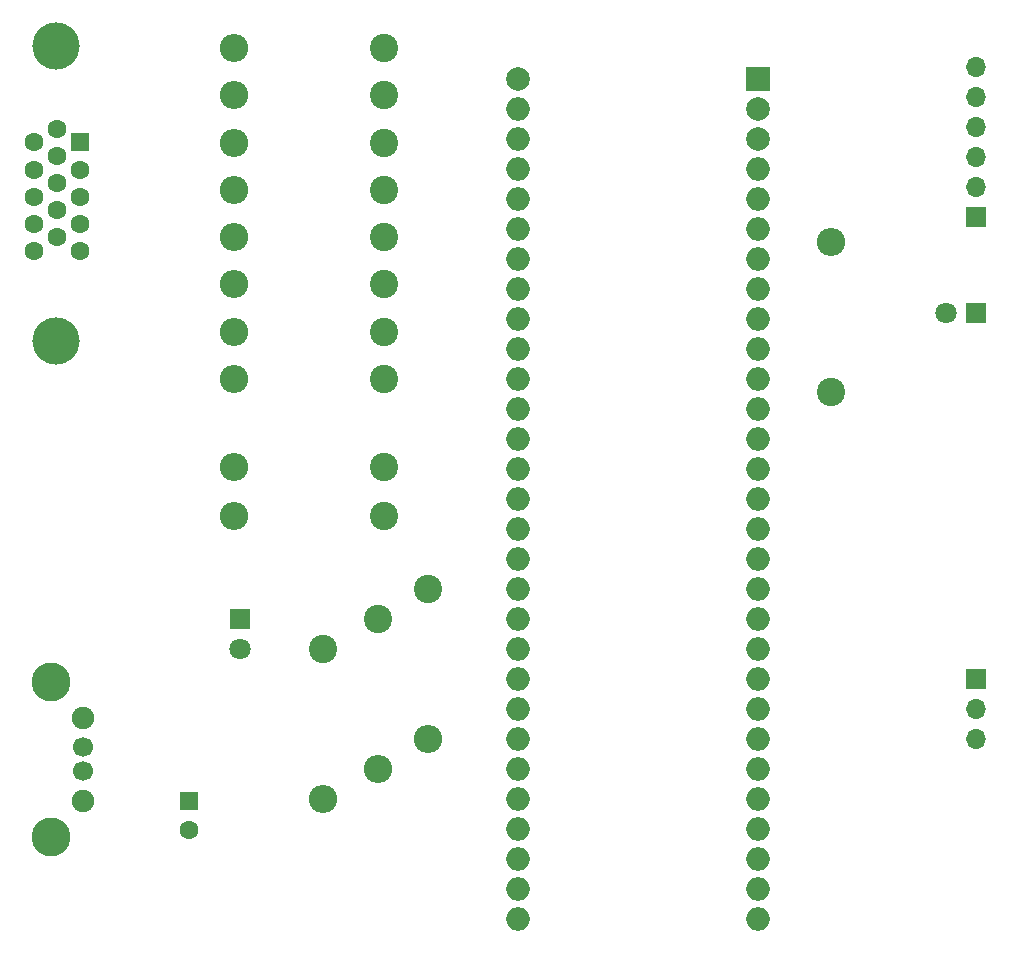
<source format=gbr>
G04 #@! TF.GenerationSoftware,KiCad,Pcbnew,5.0.2-bee76a0~70~ubuntu16.04.1*
G04 #@! TF.CreationDate,2024-02-25T21:22:06-04:00*
G04 #@! TF.ProjectId,leonrv,6c656f6e-7276-42e6-9b69-6361645f7063,rev?*
G04 #@! TF.SameCoordinates,Original*
G04 #@! TF.FileFunction,Copper,L2,Bot*
G04 #@! TF.FilePolarity,Positive*
%FSLAX46Y46*%
G04 Gerber Fmt 4.6, Leading zero omitted, Abs format (unit mm)*
G04 Created by KiCad (PCBNEW 5.0.2-bee76a0~70~ubuntu16.04.1) date dom 25 feb 2024 21:22:06 -04*
%MOMM*%
%LPD*%
G01*
G04 APERTURE LIST*
G04 #@! TA.AperFunction,ComponentPad*
%ADD10R,1.600000X1.600000*%
G04 #@! TD*
G04 #@! TA.AperFunction,ComponentPad*
%ADD11C,1.600000*%
G04 #@! TD*
G04 #@! TA.AperFunction,ComponentPad*
%ADD12C,4.000000*%
G04 #@! TD*
G04 #@! TA.AperFunction,ComponentPad*
%ADD13O,2.400000X2.400000*%
G04 #@! TD*
G04 #@! TA.AperFunction,ComponentPad*
%ADD14C,2.400000*%
G04 #@! TD*
G04 #@! TA.AperFunction,ComponentPad*
%ADD15R,1.700000X1.700000*%
G04 #@! TD*
G04 #@! TA.AperFunction,ComponentPad*
%ADD16O,1.700000X1.700000*%
G04 #@! TD*
G04 #@! TA.AperFunction,ComponentPad*
%ADD17C,3.300000*%
G04 #@! TD*
G04 #@! TA.AperFunction,ComponentPad*
%ADD18C,1.900000*%
G04 #@! TD*
G04 #@! TA.AperFunction,ComponentPad*
%ADD19C,1.700000*%
G04 #@! TD*
G04 #@! TA.AperFunction,ComponentPad*
%ADD20R,1.800000X1.800000*%
G04 #@! TD*
G04 #@! TA.AperFunction,ComponentPad*
%ADD21C,1.800000*%
G04 #@! TD*
G04 #@! TA.AperFunction,ComponentPad*
%ADD22O,2.000000X2.000000*%
G04 #@! TD*
G04 #@! TA.AperFunction,ComponentPad*
%ADD23R,2.000000X2.000000*%
G04 #@! TD*
G04 #@! TA.AperFunction,ComponentPad*
%ADD24C,2.000000*%
G04 #@! TD*
G04 #@! TA.AperFunction,Conductor*
%ADD25C,1.000000*%
G04 #@! TD*
G04 APERTURE END LIST*
D10*
G04 #@! TO.P,J3,1*
G04 #@! TO.N,/red*
X153810545Y-54467749D03*
D11*
G04 #@! TO.P,J3,2*
G04 #@! TO.N,/green*
X153810545Y-56757749D03*
G04 #@! TO.P,J3,3*
G04 #@! TO.N,/blue*
X153810545Y-59047749D03*
G04 #@! TO.P,J3,4*
G04 #@! TO.N,Net-(J3-Pad4)*
X153810545Y-61337749D03*
G04 #@! TO.P,J3,5*
G04 #@! TO.N,GND*
X153810545Y-63627749D03*
G04 #@! TO.P,J3,6*
X151830545Y-53322749D03*
G04 #@! TO.P,J3,7*
X151830545Y-55612749D03*
G04 #@! TO.P,J3,8*
X151830545Y-57902749D03*
G04 #@! TO.P,J3,9*
G04 #@! TO.N,Net-(J3-Pad9)*
X151830545Y-60192749D03*
G04 #@! TO.P,J3,10*
G04 #@! TO.N,GND*
X151830545Y-62482749D03*
G04 #@! TO.P,J3,11*
G04 #@! TO.N,Net-(J3-Pad11)*
X149850545Y-54467749D03*
G04 #@! TO.P,J3,12*
G04 #@! TO.N,Net-(J3-Pad12)*
X149850545Y-56757749D03*
G04 #@! TO.P,J3,13*
G04 #@! TO.N,/hsync*
X149850545Y-59047749D03*
G04 #@! TO.P,J3,14*
G04 #@! TO.N,/vsync*
X149850545Y-61337749D03*
G04 #@! TO.P,J3,15*
G04 #@! TO.N,Net-(J3-Pad15)*
X149850545Y-63627749D03*
D12*
G04 #@! TO.P,J3,0*
G04 #@! TO.N,GND*
X151760545Y-71282749D03*
X151760545Y-46282749D03*
G04 #@! TD*
D13*
G04 #@! TO.P,R1,2*
G04 #@! TO.N,/red*
X166830545Y-46482749D03*
D14*
G04 #@! TO.P,R1,1*
G04 #@! TO.N,/vga_red2*
X179530545Y-46482749D03*
G04 #@! TD*
G04 #@! TO.P,R3,1*
G04 #@! TO.N,/vga_red0*
X179530545Y-54482749D03*
D13*
G04 #@! TO.P,R3,2*
G04 #@! TO.N,/red*
X166830545Y-54482749D03*
G04 #@! TD*
G04 #@! TO.P,R2,2*
G04 #@! TO.N,/red*
X166830545Y-50482749D03*
D14*
G04 #@! TO.P,R2,1*
G04 #@! TO.N,/vga_red1*
X179530545Y-50482749D03*
G04 #@! TD*
G04 #@! TO.P,R9,1*
G04 #@! TO.N,/vga_vsync*
X179530545Y-81982749D03*
D13*
G04 #@! TO.P,R9,2*
G04 #@! TO.N,/vsync*
X166830545Y-81982749D03*
G04 #@! TD*
G04 #@! TO.P,R10,2*
G04 #@! TO.N,/hsync*
X166830545Y-86082749D03*
D14*
G04 #@! TO.P,R10,1*
G04 #@! TO.N,/vga_hsync*
X179530545Y-86082749D03*
G04 #@! TD*
G04 #@! TO.P,R7,1*
G04 #@! TO.N,/vga_blue1*
X179530545Y-70482749D03*
D13*
G04 #@! TO.P,R7,2*
G04 #@! TO.N,/blue*
X166830545Y-70482749D03*
G04 #@! TD*
D14*
G04 #@! TO.P,R5,1*
G04 #@! TO.N,/vga_green1*
X179530545Y-62482749D03*
D13*
G04 #@! TO.P,R5,2*
G04 #@! TO.N,/green*
X166830545Y-62482749D03*
G04 #@! TD*
G04 #@! TO.P,R6,2*
G04 #@! TO.N,/green*
X166830545Y-66482749D03*
D14*
G04 #@! TO.P,R6,1*
G04 #@! TO.N,/vga_green0*
X179530545Y-66482749D03*
G04 #@! TD*
D13*
G04 #@! TO.P,R8,2*
G04 #@! TO.N,/blue*
X166830545Y-74482749D03*
D14*
G04 #@! TO.P,R8,1*
G04 #@! TO.N,/vga_blue0*
X179530545Y-74482749D03*
G04 #@! TD*
D13*
G04 #@! TO.P,R4,2*
G04 #@! TO.N,/green*
X166830545Y-58482749D03*
D14*
G04 #@! TO.P,R4,1*
G04 #@! TO.N,/vga_green2*
X179530545Y-58482749D03*
G04 #@! TD*
D15*
G04 #@! TO.P,J5,1*
G04 #@! TO.N,/serial_RX*
X229630545Y-99902749D03*
D16*
G04 #@! TO.P,J5,2*
G04 #@! TO.N,/serial_TX*
X229630545Y-102442749D03*
G04 #@! TO.P,J5,3*
G04 #@! TO.N,GND*
X229630545Y-104982749D03*
G04 #@! TD*
D13*
G04 #@! TO.P,R14,2*
G04 #@! TO.N,/teclado_hab*
X174330545Y-110082749D03*
D14*
G04 #@! TO.P,R14,1*
G04 #@! TO.N,Net-(D1-Pad2)*
X174330545Y-97382749D03*
G04 #@! TD*
D17*
G04 #@! TO.P,J2,5*
G04 #@! TO.N,GND*
X151320545Y-113252749D03*
X151320545Y-100112749D03*
D18*
G04 #@! TO.P,J2,1*
G04 #@! TO.N,+5V*
X154030545Y-110182749D03*
D19*
G04 #@! TO.P,J2,2*
G04 #@! TO.N,/usb_D-*
X154030545Y-107682749D03*
G04 #@! TO.P,J2,3*
G04 #@! TO.N,/usb_D+*
X154030545Y-105682749D03*
D18*
G04 #@! TO.P,J2,4*
G04 #@! TO.N,GND*
X154030545Y-103182749D03*
G04 #@! TD*
D10*
G04 #@! TO.P,C1,2*
G04 #@! TO.N,+5V*
X163030545Y-110182749D03*
D11*
G04 #@! TO.P,C1,1*
G04 #@! TO.N,GND*
X163030545Y-112682749D03*
G04 #@! TD*
D13*
G04 #@! TO.P,R12,2*
G04 #@! TO.N,/usb_D-*
X179030545Y-107482749D03*
D14*
G04 #@! TO.P,R12,1*
G04 #@! TO.N,GND*
X179030545Y-94782749D03*
G04 #@! TD*
G04 #@! TO.P,R11,1*
G04 #@! TO.N,GND*
X183230545Y-92282749D03*
D13*
G04 #@! TO.P,R11,2*
G04 #@! TO.N,/usb_D+*
X183230545Y-104982749D03*
G04 #@! TD*
D20*
G04 #@! TO.P,D1,1*
G04 #@! TO.N,GND*
X167330545Y-94782749D03*
D21*
G04 #@! TO.P,D1,2*
G04 #@! TO.N,Net-(D1-Pad2)*
X167330545Y-97322749D03*
G04 #@! TD*
D16*
G04 #@! TO.P,J4,6*
G04 #@! TO.N,GND*
X229630545Y-48082749D03*
G04 #@! TO.P,J4,5*
G04 #@! TO.N,/serialDBG_CTS*
X229630545Y-50622749D03*
G04 #@! TO.P,J4,4*
G04 #@! TO.N,Net-(J4-Pad4)*
X229630545Y-53162749D03*
G04 #@! TO.P,J4,3*
G04 #@! TO.N,/serialDBG_RX*
X229630545Y-55702749D03*
G04 #@! TO.P,J4,2*
G04 #@! TO.N,/serialDBG_TX*
X229630545Y-58242749D03*
D15*
G04 #@! TO.P,J4,1*
G04 #@! TO.N,/serialDBG_DTR*
X229630545Y-60782749D03*
G04 #@! TD*
D22*
G04 #@! TO.P,U1,13*
G04 #@! TO.N,Net-(U1-Pad13)*
X211190545Y-79612749D03*
G04 #@! TO.P,U1,15*
G04 #@! TO.N,Net-(U1-Pad15)*
X211190545Y-84692749D03*
D23*
G04 #@! TO.P,U1,1*
G04 #@! TO.N,/serialDBG_CTS*
X211190545Y-49132749D03*
D24*
G04 #@! TO.P,U1,3*
G04 #@! TO.N,/serialDBG_TX*
X211190545Y-54212749D03*
D22*
G04 #@! TO.P,U1,19*
G04 #@! TO.N,Net-(U1-Pad19)*
X211190545Y-94852749D03*
G04 #@! TO.P,U1,10*
G04 #@! TO.N,Net-(U1-Pad10)*
X211190545Y-71992749D03*
G04 #@! TO.P,U1,23*
G04 #@! TO.N,Net-(U1-Pad23)*
X211190545Y-105012749D03*
G04 #@! TO.P,U1,16*
G04 #@! TO.N,Net-(U1-Pad16)*
X211190545Y-87232749D03*
G04 #@! TO.P,U1,6*
G04 #@! TO.N,Net-(U1-Pad6)*
X211190545Y-61832749D03*
G04 #@! TO.P,U1,25*
G04 #@! TO.N,Net-(U1-Pad25)*
X211190545Y-110092749D03*
D24*
G04 #@! TO.P,U1,2*
G04 #@! TO.N,/serialDBG_RX*
X211190545Y-51672749D03*
D22*
G04 #@! TO.P,U1,4*
G04 #@! TO.N,/serialDBG_DTR*
X211190545Y-56752749D03*
G04 #@! TO.P,U1,21*
G04 #@! TO.N,/serial_RX*
X211190545Y-99932749D03*
G04 #@! TO.P,U1,29*
G04 #@! TO.N,Net-(U1-Pad29)*
X211190545Y-120252749D03*
G04 #@! TO.P,U1,7*
G04 #@! TO.N,Net-(U1-Pad7)*
X211190545Y-64372749D03*
G04 #@! TO.P,U1,28*
G04 #@! TO.N,+3V3*
X211190545Y-117712749D03*
G04 #@! TO.P,U1,5*
G04 #@! TO.N,/serialDBG_halted*
X211190545Y-59292749D03*
G04 #@! TO.P,U1,11*
G04 #@! TO.N,Net-(U1-Pad11)*
X211190545Y-74532749D03*
G04 #@! TO.P,U1,26*
G04 #@! TO.N,Net-(U1-Pad26)*
X211190545Y-112632749D03*
G04 #@! TO.P,U1,14*
G04 #@! TO.N,Net-(U1-Pad14)*
X211190545Y-82152749D03*
G04 #@! TO.P,U1,9*
G04 #@! TO.N,Net-(U1-Pad9)*
X211190545Y-69452749D03*
G04 #@! TO.P,U1,18*
G04 #@! TO.N,Net-(U1-Pad18)*
X211190545Y-92312749D03*
G04 #@! TO.P,U1,17*
G04 #@! TO.N,Net-(U1-Pad17)*
X211190545Y-89772749D03*
G04 #@! TO.P,U1,12*
G04 #@! TO.N,Net-(U1-Pad12)*
X211190545Y-77072749D03*
G04 #@! TO.P,U1,22*
G04 #@! TO.N,/serial_TX*
X211190545Y-102472749D03*
G04 #@! TO.P,U1,20*
G04 #@! TO.N,Net-(U1-Pad20)*
X211190545Y-97392749D03*
G04 #@! TO.P,U1,8*
G04 #@! TO.N,Net-(U1-Pad8)*
X211190545Y-66912749D03*
G04 #@! TO.P,U1,27*
G04 #@! TO.N,GND*
X211190545Y-115172749D03*
G04 #@! TO.P,U1,24*
G04 #@! TO.N,Net-(U1-Pad24)*
X211190545Y-107552749D03*
G04 #@! TO.P,U1,46*
G04 #@! TO.N,Net-(U1-Pad46)*
X190870545Y-79612749D03*
G04 #@! TO.P,U1,44*
G04 #@! TO.N,Net-(U1-Pad44)*
X190870545Y-84692749D03*
D24*
G04 #@! TO.P,U1,58*
G04 #@! TO.N,/vga_red2*
X190870545Y-49132749D03*
D22*
G04 #@! TO.P,U1,56*
G04 #@! TO.N,/vga_red0*
X190870545Y-54212749D03*
G04 #@! TO.P,U1,40*
G04 #@! TO.N,Net-(U1-Pad40)*
X190870545Y-94852749D03*
G04 #@! TO.P,U1,49*
G04 #@! TO.N,/vga_hsync*
X190870545Y-71992749D03*
G04 #@! TO.P,U1,36*
G04 #@! TO.N,/usb_D+*
X190870545Y-105012749D03*
G04 #@! TO.P,U1,43*
G04 #@! TO.N,Net-(U1-Pad43)*
X190870545Y-87232749D03*
G04 #@! TO.P,U1,53*
G04 #@! TO.N,/vga_green0*
X190870545Y-61832749D03*
G04 #@! TO.P,U1,34*
G04 #@! TO.N,/teclado_hab*
X190870545Y-110092749D03*
G04 #@! TO.P,U1,57*
G04 #@! TO.N,/vga_red1*
X190870545Y-51672749D03*
G04 #@! TO.P,U1,55*
G04 #@! TO.N,/vga_green2*
X190870545Y-56752749D03*
G04 #@! TO.P,U1,38*
G04 #@! TO.N,Net-(U1-Pad38)*
X190870545Y-99932749D03*
G04 #@! TO.P,U1,30*
G04 #@! TO.N,+5V*
X190870545Y-120252749D03*
G04 #@! TO.P,U1,52*
G04 #@! TO.N,/vga_blue1*
X190870545Y-64372749D03*
G04 #@! TO.P,U1,31*
G04 #@! TO.N,GND*
X190870545Y-117712749D03*
G04 #@! TO.P,U1,54*
G04 #@! TO.N,/vga_green1*
X190870545Y-59292749D03*
G04 #@! TO.P,U1,48*
G04 #@! TO.N,Net-(U1-Pad48)*
X190870545Y-74532749D03*
G04 #@! TO.P,U1,33*
G04 #@! TO.N,Net-(U1-Pad33)*
X190870545Y-112632749D03*
G04 #@! TO.P,U1,45*
G04 #@! TO.N,Net-(U1-Pad45)*
X190870545Y-82152749D03*
G04 #@! TO.P,U1,50*
G04 #@! TO.N,/vga_vsync*
X190870545Y-69452749D03*
G04 #@! TO.P,U1,41*
G04 #@! TO.N,Net-(U1-Pad41)*
X190870545Y-92312749D03*
G04 #@! TO.P,U1,42*
G04 #@! TO.N,Net-(U1-Pad42)*
X190870545Y-89772749D03*
G04 #@! TO.P,U1,47*
G04 #@! TO.N,Net-(U1-Pad47)*
X190870545Y-77072749D03*
G04 #@! TO.P,U1,37*
G04 #@! TO.N,/fpga_P10*
X190870545Y-102472749D03*
G04 #@! TO.P,U1,39*
G04 #@! TO.N,GND*
X190870545Y-97392749D03*
G04 #@! TO.P,U1,51*
G04 #@! TO.N,/vga_blue0*
X190870545Y-66912749D03*
G04 #@! TO.P,U1,32*
G04 #@! TO.N,Net-(U1-Pad32)*
X190870545Y-115172749D03*
G04 #@! TO.P,U1,35*
G04 #@! TO.N,/usb_D-*
X190870545Y-107552749D03*
G04 #@! TD*
D20*
G04 #@! TO.P,D2,1*
G04 #@! TO.N,GND*
X229630545Y-68882749D03*
D21*
G04 #@! TO.P,D2,2*
G04 #@! TO.N,Net-(D2-Pad2)*
X227090545Y-68882749D03*
G04 #@! TD*
D14*
G04 #@! TO.P,R15,1*
G04 #@! TO.N,Net-(D2-Pad2)*
X217330545Y-75582749D03*
D13*
G04 #@! TO.P,R15,2*
G04 #@! TO.N,/serialDBG_halted*
X217330545Y-62882749D03*
G04 #@! TD*
D25*
G04 #@! TO.N,GND*
X151830545Y-46352749D02*
X151760545Y-46282749D01*
X151760545Y-62552749D02*
X151830545Y-62482749D01*
G04 #@! TD*
M02*

</source>
